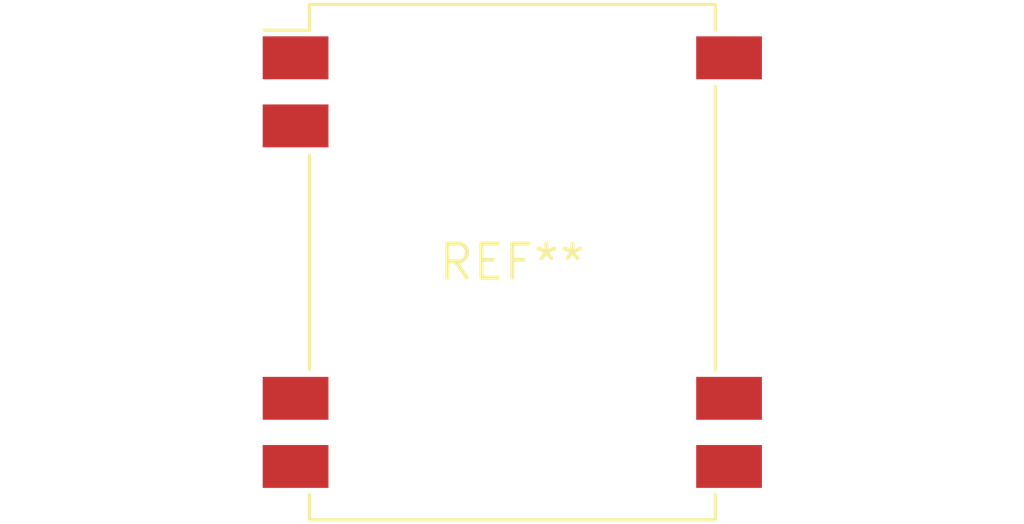
<source format=kicad_pcb>
(kicad_pcb (version 20240108) (generator pcbnew)
  (layers (0 "F.Cu" signal) (31 "B.Cu" signal) (34 "B.Paste" user) (35 "F.Paste" user) (36 "B.SilkS" user "B.Silkscreen") (37 "F.SilkS" user "F.Silkscreen") (38 "B.Mask" user) (39 "F.Mask" user) (44 "Edge.Cuts" user))
  (net 0 "")
  (footprint "Converter_DCDC_XP_POWER-ISU02_SMD" (layer "F.Cu") (at 0 0)
    (property "Reference" "REF**")
    (property "Value" "Converter_DCDC_XP_POWER-ISU02_SMD")
    (fp_line (start -7.56 -9.61) (end -7.56 -8.65) (layer "F.SilkS") (stroke (width 0.12)))
    (fp_line (start -7.56 -9.61) (end 7.56 -9.61) (layer "F.SilkS") (stroke (width 0.12)))
    (fp_line (start -7.56 -8.65) (end -9.25 -8.65) (layer "F.SilkS") (stroke (width 0.12)))
    (fp_line (start -7.56 4) (end -7.56 -4) (layer "F.SilkS") (stroke (width 0.12)))
    (fp_line (start -7.56 8.65) (end -7.56 9.61) (layer "F.SilkS") (stroke (width 0.12)))
    (fp_line (start -7.56 9.61) (end 7.56 9.61) (layer "F.SilkS") (stroke (width 0.12)))
    (fp_line (start 7.56 -9.61) (end 7.56 -8.65) (layer "F.SilkS") (stroke (width 0.12)))
    (fp_line (start 7.56 4.03) (end 7.56 -6.57) (layer "F.SilkS") (stroke (width 0.12)))
    (fp_line (start 7.56 8.65) (end 7.56 9.61) (layer "F.SilkS") (stroke (width 0.12)))
    (pad "1" smd rect (at -8.075 -7.62) (size 2.45 1.6) (layers "F.Cu" "F.Paste" "F.Mask"))
    (pad "2" smd rect (at -8.075 -5.08) (size 2.45 1.6) (layers "F.Cu" "F.Paste" "F.Mask"))
    (pad "6" smd rect (at -8.075 5.08) (size 2.45 1.6) (layers "F.Cu" "F.Paste" "F.Mask"))
    (pad "7" smd rect (at -8.075 7.62) (size 2.45 1.6) (layers "F.Cu" "F.Paste" "F.Mask"))
    (pad "8" smd rect (at 8.075 7.62) (size 2.45 1.6) (layers "F.Cu" "F.Paste" "F.Mask"))
    (pad "9" smd rect (at 8.075 5.08) (size 2.45 1.6) (layers "F.Cu" "F.Paste" "F.Mask"))
    (pad "14" smd rect (at 8.075 -7.62) (size 2.45 1.6) (layers "F.Cu" "F.Paste" "F.Mask"))
  )
)
</source>
